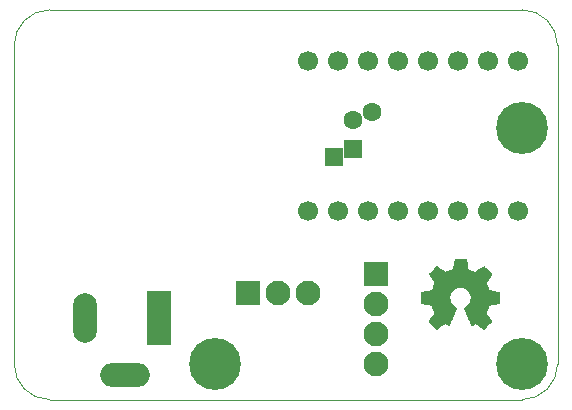
<source format=gbr>
%TF.GenerationSoftware,KiCad,Pcbnew,(6.0.9)*%
%TF.CreationDate,2023-09-21T20:23:23+02:00*%
%TF.ProjectId,EZFocus,455a466f-6375-4732-9e6b-696361645f70,rev?*%
%TF.SameCoordinates,Original*%
%TF.FileFunction,Soldermask,Bot*%
%TF.FilePolarity,Negative*%
%FSLAX46Y46*%
G04 Gerber Fmt 4.6, Leading zero omitted, Abs format (unit mm)*
G04 Created by KiCad (PCBNEW (6.0.9)) date 2023-09-21 20:23:23*
%MOMM*%
%LPD*%
G01*
G04 APERTURE LIST*
%TA.AperFunction,Profile*%
%ADD10C,0.100000*%
%TD*%
%ADD11C,0.010000*%
%ADD12R,2.100000X2.100000*%
%ADD13C,2.100000*%
%ADD14C,0.700000*%
%ADD15C,4.400000*%
%ADD16R,1.600000X1.600000*%
%ADD17C,1.600000*%
%ADD18C,1.700000*%
%ADD19R,2.000000X4.600000*%
%ADD20O,2.000000X4.200000*%
%ADD21O,4.200000X2.000000*%
G04 APERTURE END LIST*
D10*
X118000000Y-90000000D02*
X118000000Y-63000000D01*
X75000000Y-93000000D02*
X115000000Y-93000000D01*
X75000000Y-60000000D02*
G75*
G03*
X72000000Y-63000000I0J-3000000D01*
G01*
X118000000Y-63000000D02*
G75*
G03*
X115000000Y-60000000I-3000000J0D01*
G01*
X72000000Y-90000000D02*
G75*
G03*
X75000000Y-93000000I3000000J0D01*
G01*
X115000000Y-60000000D02*
X75000000Y-60000000D01*
X72000000Y-63000000D02*
X72000000Y-90000000D01*
X115000000Y-93000000D02*
G75*
G03*
X118000000Y-90000000I0J3000000D01*
G01*
%TO.C,REF\u002A\u002A*%
G36*
X110294429Y-81518059D02*
G01*
X110378250Y-81962683D01*
X110687535Y-82090181D01*
X110996821Y-82217679D01*
X111367861Y-81965374D01*
X111471772Y-81895124D01*
X111565702Y-81832400D01*
X111645267Y-81780066D01*
X111706085Y-81740985D01*
X111743772Y-81718021D01*
X111754036Y-81713070D01*
X111772525Y-81725804D01*
X111812035Y-81761010D01*
X111868137Y-81814190D01*
X111936402Y-81880846D01*
X112012401Y-81956482D01*
X112091707Y-82036600D01*
X112169890Y-82116702D01*
X112242522Y-82192292D01*
X112305174Y-82258873D01*
X112353418Y-82311946D01*
X112382825Y-82347015D01*
X112389856Y-82358751D01*
X112379738Y-82380388D01*
X112351374Y-82427790D01*
X112307744Y-82496321D01*
X112251833Y-82581343D01*
X112186621Y-82678221D01*
X112148834Y-82733478D01*
X112079958Y-82834376D01*
X112018755Y-82925427D01*
X111968193Y-83002098D01*
X111931243Y-83059856D01*
X111910873Y-83094171D01*
X111907812Y-83101382D01*
X111914751Y-83121876D01*
X111933666Y-83169641D01*
X111961702Y-83237960D01*
X111996006Y-83320117D01*
X112033724Y-83409398D01*
X112072002Y-83499086D01*
X112107985Y-83582466D01*
X112138821Y-83652822D01*
X112161654Y-83703438D01*
X112173632Y-83727599D01*
X112174339Y-83728550D01*
X112193146Y-83733164D01*
X112243233Y-83743456D01*
X112319408Y-83758415D01*
X112416480Y-83777029D01*
X112529258Y-83798287D01*
X112595057Y-83810546D01*
X112715565Y-83833490D01*
X112824412Y-83855323D01*
X112916091Y-83874850D01*
X112985096Y-83890876D01*
X113025919Y-83902207D01*
X113034126Y-83905802D01*
X113042163Y-83930134D01*
X113048648Y-83985087D01*
X113053585Y-84064236D01*
X113056979Y-84161154D01*
X113058833Y-84269415D01*
X113059153Y-84382593D01*
X113057942Y-84494263D01*
X113055205Y-84597996D01*
X113050946Y-84687369D01*
X113045170Y-84755954D01*
X113037882Y-84797325D01*
X113033510Y-84805938D01*
X113007379Y-84816261D01*
X112952008Y-84831020D01*
X112874722Y-84848480D01*
X112782845Y-84866908D01*
X112750773Y-84872869D01*
X112596139Y-84901194D01*
X112473990Y-84924004D01*
X112380288Y-84942208D01*
X112310999Y-84956711D01*
X112262086Y-84968420D01*
X112229512Y-84978243D01*
X112209243Y-84987084D01*
X112197241Y-84995852D01*
X112195562Y-84997585D01*
X112178799Y-85025499D01*
X112153229Y-85079823D01*
X112121403Y-85153905D01*
X112085875Y-85241093D01*
X112049198Y-85334736D01*
X112013926Y-85428180D01*
X111982611Y-85514775D01*
X111957808Y-85587868D01*
X111942069Y-85640806D01*
X111937947Y-85666939D01*
X111938291Y-85667854D01*
X111952256Y-85689214D01*
X111983937Y-85736212D01*
X112030006Y-85803955D01*
X112087133Y-85887551D01*
X112151988Y-85982110D01*
X112170458Y-86008982D01*
X112236314Y-86106403D01*
X112294265Y-86195291D01*
X112341153Y-86270540D01*
X112373822Y-86327048D01*
X112389115Y-86359709D01*
X112389856Y-86363721D01*
X112377007Y-86384812D01*
X112341503Y-86426592D01*
X112287908Y-86484573D01*
X112220786Y-86554263D01*
X112144702Y-86631173D01*
X112064219Y-86710811D01*
X111983902Y-86788689D01*
X111908314Y-86860314D01*
X111842020Y-86921198D01*
X111789584Y-86966849D01*
X111755570Y-86992778D01*
X111746160Y-86997011D01*
X111724258Y-86987040D01*
X111679415Y-86960148D01*
X111618936Y-86920864D01*
X111572404Y-86889245D01*
X111488090Y-86831226D01*
X111388241Y-86762912D01*
X111288088Y-86694707D01*
X111234242Y-86658203D01*
X111051986Y-86534928D01*
X110898996Y-86617648D01*
X110829297Y-86653887D01*
X110770029Y-86682054D01*
X110729926Y-86698119D01*
X110719718Y-86700354D01*
X110707444Y-86683850D01*
X110683228Y-86637210D01*
X110648878Y-86564737D01*
X110606203Y-86470734D01*
X110557009Y-86359502D01*
X110503105Y-86235343D01*
X110446299Y-86102560D01*
X110388397Y-85965455D01*
X110331208Y-85828330D01*
X110276539Y-85695486D01*
X110226199Y-85571226D01*
X110181995Y-85459853D01*
X110145734Y-85365667D01*
X110119224Y-85292972D01*
X110104273Y-85246069D01*
X110101869Y-85229961D01*
X110120926Y-85209414D01*
X110162651Y-85176061D01*
X110218321Y-85136830D01*
X110222993Y-85133727D01*
X110366879Y-85018551D01*
X110482898Y-84884181D01*
X110570045Y-84734912D01*
X110627314Y-84575041D01*
X110653701Y-84408865D01*
X110648200Y-84240680D01*
X110609805Y-84074783D01*
X110537510Y-83915470D01*
X110516241Y-83880615D01*
X110405611Y-83739865D01*
X110274917Y-83626842D01*
X110128679Y-83542131D01*
X109971423Y-83486322D01*
X109807672Y-83460002D01*
X109641948Y-83463758D01*
X109478777Y-83498178D01*
X109322680Y-83563851D01*
X109178182Y-83661363D01*
X109133484Y-83700941D01*
X109019727Y-83824831D01*
X108936833Y-83955252D01*
X108879971Y-84101443D01*
X108848302Y-84246216D01*
X108840484Y-84408988D01*
X108866553Y-84572568D01*
X108923860Y-84731426D01*
X109009759Y-84880034D01*
X109121601Y-85012863D01*
X109256738Y-85124384D01*
X109274498Y-85136139D01*
X109330765Y-85174636D01*
X109373538Y-85207991D01*
X109393987Y-85229288D01*
X109394284Y-85229961D01*
X109389894Y-85252999D01*
X109372491Y-85305285D01*
X109343883Y-85382518D01*
X109305880Y-85480396D01*
X109260289Y-85594619D01*
X109208918Y-85720886D01*
X109153577Y-85854895D01*
X109096073Y-85992346D01*
X109038216Y-86128936D01*
X108981813Y-86260365D01*
X108928673Y-86382333D01*
X108880605Y-86490537D01*
X108839416Y-86580677D01*
X108806916Y-86648451D01*
X108784912Y-86689558D01*
X108776051Y-86700354D01*
X108748975Y-86691947D01*
X108698312Y-86669400D01*
X108632798Y-86636741D01*
X108596774Y-86617648D01*
X108443783Y-86534928D01*
X108261527Y-86658203D01*
X108168490Y-86721356D01*
X108066630Y-86790855D01*
X107971177Y-86856293D01*
X107923365Y-86889245D01*
X107856120Y-86934401D01*
X107799179Y-86970185D01*
X107759969Y-86992066D01*
X107747234Y-86996691D01*
X107728698Y-86984213D01*
X107687674Y-86949380D01*
X107628140Y-86895806D01*
X107554073Y-86827111D01*
X107469450Y-86746909D01*
X107415930Y-86695414D01*
X107322296Y-86603414D01*
X107241374Y-86521127D01*
X107176438Y-86452073D01*
X107130757Y-86399772D01*
X107107604Y-86367744D01*
X107105383Y-86361244D01*
X107115691Y-86336522D01*
X107144176Y-86286533D01*
X107187678Y-86216340D01*
X107243038Y-86131003D01*
X107307095Y-86035584D01*
X107325312Y-86008982D01*
X107391688Y-85912295D01*
X107451237Y-85825245D01*
X107500631Y-85752723D01*
X107536540Y-85699621D01*
X107555634Y-85670831D01*
X107557479Y-85667854D01*
X107554720Y-85644910D01*
X107540077Y-85594464D01*
X107516102Y-85523169D01*
X107485349Y-85437675D01*
X107450371Y-85344635D01*
X107413722Y-85250702D01*
X107377954Y-85162527D01*
X107345621Y-85086762D01*
X107319277Y-85030059D01*
X107301473Y-84999071D01*
X107300208Y-84997585D01*
X107289321Y-84988729D01*
X107270933Y-84979971D01*
X107241009Y-84970405D01*
X107195512Y-84959124D01*
X107130406Y-84945221D01*
X107041654Y-84927791D01*
X106925222Y-84905926D01*
X106777073Y-84878719D01*
X106744997Y-84872869D01*
X106649929Y-84854502D01*
X106567050Y-84836533D01*
X106503685Y-84820697D01*
X106467157Y-84808728D01*
X106462259Y-84805938D01*
X106454188Y-84781200D01*
X106447628Y-84725918D01*
X106442582Y-84646517D01*
X106439056Y-84549424D01*
X106437054Y-84441066D01*
X106436579Y-84327868D01*
X106437638Y-84216256D01*
X106440233Y-84112657D01*
X106444369Y-84023496D01*
X106450052Y-83955200D01*
X106457284Y-83914194D01*
X106461644Y-83905802D01*
X106485917Y-83897336D01*
X106541189Y-83883563D01*
X106621953Y-83865678D01*
X106722703Y-83844876D01*
X106837932Y-83822351D01*
X106900713Y-83810546D01*
X107019828Y-83788279D01*
X107126050Y-83768107D01*
X107214188Y-83751043D01*
X107279049Y-83738097D01*
X107315441Y-83730283D01*
X107321431Y-83728550D01*
X107331554Y-83709018D01*
X107352953Y-83661971D01*
X107382776Y-83594131D01*
X107418170Y-83512219D01*
X107456283Y-83422956D01*
X107494262Y-83333063D01*
X107529255Y-83249263D01*
X107558409Y-83178275D01*
X107578872Y-83126822D01*
X107587792Y-83101625D01*
X107587958Y-83100524D01*
X107577846Y-83080647D01*
X107549498Y-83034905D01*
X107505892Y-82967845D01*
X107450009Y-82884012D01*
X107384828Y-82787954D01*
X107346936Y-82732778D01*
X107277890Y-82631609D01*
X107216565Y-82539758D01*
X107165952Y-82461872D01*
X107129044Y-82402597D01*
X107108833Y-82366579D01*
X107105914Y-82358505D01*
X107118462Y-82339712D01*
X107153152Y-82299585D01*
X107205552Y-82242621D01*
X107271231Y-82173313D01*
X107345759Y-82096159D01*
X107424702Y-82015653D01*
X107503632Y-81936291D01*
X107578115Y-81862568D01*
X107643721Y-81798980D01*
X107696019Y-81750022D01*
X107730576Y-81720189D01*
X107742137Y-81713070D01*
X107760961Y-81723081D01*
X107805984Y-81751206D01*
X107872828Y-81794582D01*
X107957116Y-81850346D01*
X108054471Y-81915634D01*
X108127908Y-81965374D01*
X108498948Y-82217679D01*
X109117520Y-81962683D01*
X109201340Y-81518059D01*
X109285161Y-81073435D01*
X110210609Y-81073435D01*
X110294429Y-81518059D01*
G37*
D11*
X110294429Y-81518059D02*
X110378250Y-81962683D01*
X110687535Y-82090181D01*
X110996821Y-82217679D01*
X111367861Y-81965374D01*
X111471772Y-81895124D01*
X111565702Y-81832400D01*
X111645267Y-81780066D01*
X111706085Y-81740985D01*
X111743772Y-81718021D01*
X111754036Y-81713070D01*
X111772525Y-81725804D01*
X111812035Y-81761010D01*
X111868137Y-81814190D01*
X111936402Y-81880846D01*
X112012401Y-81956482D01*
X112091707Y-82036600D01*
X112169890Y-82116702D01*
X112242522Y-82192292D01*
X112305174Y-82258873D01*
X112353418Y-82311946D01*
X112382825Y-82347015D01*
X112389856Y-82358751D01*
X112379738Y-82380388D01*
X112351374Y-82427790D01*
X112307744Y-82496321D01*
X112251833Y-82581343D01*
X112186621Y-82678221D01*
X112148834Y-82733478D01*
X112079958Y-82834376D01*
X112018755Y-82925427D01*
X111968193Y-83002098D01*
X111931243Y-83059856D01*
X111910873Y-83094171D01*
X111907812Y-83101382D01*
X111914751Y-83121876D01*
X111933666Y-83169641D01*
X111961702Y-83237960D01*
X111996006Y-83320117D01*
X112033724Y-83409398D01*
X112072002Y-83499086D01*
X112107985Y-83582466D01*
X112138821Y-83652822D01*
X112161654Y-83703438D01*
X112173632Y-83727599D01*
X112174339Y-83728550D01*
X112193146Y-83733164D01*
X112243233Y-83743456D01*
X112319408Y-83758415D01*
X112416480Y-83777029D01*
X112529258Y-83798287D01*
X112595057Y-83810546D01*
X112715565Y-83833490D01*
X112824412Y-83855323D01*
X112916091Y-83874850D01*
X112985096Y-83890876D01*
X113025919Y-83902207D01*
X113034126Y-83905802D01*
X113042163Y-83930134D01*
X113048648Y-83985087D01*
X113053585Y-84064236D01*
X113056979Y-84161154D01*
X113058833Y-84269415D01*
X113059153Y-84382593D01*
X113057942Y-84494263D01*
X113055205Y-84597996D01*
X113050946Y-84687369D01*
X113045170Y-84755954D01*
X113037882Y-84797325D01*
X113033510Y-84805938D01*
X113007379Y-84816261D01*
X112952008Y-84831020D01*
X112874722Y-84848480D01*
X112782845Y-84866908D01*
X112750773Y-84872869D01*
X112596139Y-84901194D01*
X112473990Y-84924004D01*
X112380288Y-84942208D01*
X112310999Y-84956711D01*
X112262086Y-84968420D01*
X112229512Y-84978243D01*
X112209243Y-84987084D01*
X112197241Y-84995852D01*
X112195562Y-84997585D01*
X112178799Y-85025499D01*
X112153229Y-85079823D01*
X112121403Y-85153905D01*
X112085875Y-85241093D01*
X112049198Y-85334736D01*
X112013926Y-85428180D01*
X111982611Y-85514775D01*
X111957808Y-85587868D01*
X111942069Y-85640806D01*
X111937947Y-85666939D01*
X111938291Y-85667854D01*
X111952256Y-85689214D01*
X111983937Y-85736212D01*
X112030006Y-85803955D01*
X112087133Y-85887551D01*
X112151988Y-85982110D01*
X112170458Y-86008982D01*
X112236314Y-86106403D01*
X112294265Y-86195291D01*
X112341153Y-86270540D01*
X112373822Y-86327048D01*
X112389115Y-86359709D01*
X112389856Y-86363721D01*
X112377007Y-86384812D01*
X112341503Y-86426592D01*
X112287908Y-86484573D01*
X112220786Y-86554263D01*
X112144702Y-86631173D01*
X112064219Y-86710811D01*
X111983902Y-86788689D01*
X111908314Y-86860314D01*
X111842020Y-86921198D01*
X111789584Y-86966849D01*
X111755570Y-86992778D01*
X111746160Y-86997011D01*
X111724258Y-86987040D01*
X111679415Y-86960148D01*
X111618936Y-86920864D01*
X111572404Y-86889245D01*
X111488090Y-86831226D01*
X111388241Y-86762912D01*
X111288088Y-86694707D01*
X111234242Y-86658203D01*
X111051986Y-86534928D01*
X110898996Y-86617648D01*
X110829297Y-86653887D01*
X110770029Y-86682054D01*
X110729926Y-86698119D01*
X110719718Y-86700354D01*
X110707444Y-86683850D01*
X110683228Y-86637210D01*
X110648878Y-86564737D01*
X110606203Y-86470734D01*
X110557009Y-86359502D01*
X110503105Y-86235343D01*
X110446299Y-86102560D01*
X110388397Y-85965455D01*
X110331208Y-85828330D01*
X110276539Y-85695486D01*
X110226199Y-85571226D01*
X110181995Y-85459853D01*
X110145734Y-85365667D01*
X110119224Y-85292972D01*
X110104273Y-85246069D01*
X110101869Y-85229961D01*
X110120926Y-85209414D01*
X110162651Y-85176061D01*
X110218321Y-85136830D01*
X110222993Y-85133727D01*
X110366879Y-85018551D01*
X110482898Y-84884181D01*
X110570045Y-84734912D01*
X110627314Y-84575041D01*
X110653701Y-84408865D01*
X110648200Y-84240680D01*
X110609805Y-84074783D01*
X110537510Y-83915470D01*
X110516241Y-83880615D01*
X110405611Y-83739865D01*
X110274917Y-83626842D01*
X110128679Y-83542131D01*
X109971423Y-83486322D01*
X109807672Y-83460002D01*
X109641948Y-83463758D01*
X109478777Y-83498178D01*
X109322680Y-83563851D01*
X109178182Y-83661363D01*
X109133484Y-83700941D01*
X109019727Y-83824831D01*
X108936833Y-83955252D01*
X108879971Y-84101443D01*
X108848302Y-84246216D01*
X108840484Y-84408988D01*
X108866553Y-84572568D01*
X108923860Y-84731426D01*
X109009759Y-84880034D01*
X109121601Y-85012863D01*
X109256738Y-85124384D01*
X109274498Y-85136139D01*
X109330765Y-85174636D01*
X109373538Y-85207991D01*
X109393987Y-85229288D01*
X109394284Y-85229961D01*
X109389894Y-85252999D01*
X109372491Y-85305285D01*
X109343883Y-85382518D01*
X109305880Y-85480396D01*
X109260289Y-85594619D01*
X109208918Y-85720886D01*
X109153577Y-85854895D01*
X109096073Y-85992346D01*
X109038216Y-86128936D01*
X108981813Y-86260365D01*
X108928673Y-86382333D01*
X108880605Y-86490537D01*
X108839416Y-86580677D01*
X108806916Y-86648451D01*
X108784912Y-86689558D01*
X108776051Y-86700354D01*
X108748975Y-86691947D01*
X108698312Y-86669400D01*
X108632798Y-86636741D01*
X108596774Y-86617648D01*
X108443783Y-86534928D01*
X108261527Y-86658203D01*
X108168490Y-86721356D01*
X108066630Y-86790855D01*
X107971177Y-86856293D01*
X107923365Y-86889245D01*
X107856120Y-86934401D01*
X107799179Y-86970185D01*
X107759969Y-86992066D01*
X107747234Y-86996691D01*
X107728698Y-86984213D01*
X107687674Y-86949380D01*
X107628140Y-86895806D01*
X107554073Y-86827111D01*
X107469450Y-86746909D01*
X107415930Y-86695414D01*
X107322296Y-86603414D01*
X107241374Y-86521127D01*
X107176438Y-86452073D01*
X107130757Y-86399772D01*
X107107604Y-86367744D01*
X107105383Y-86361244D01*
X107115691Y-86336522D01*
X107144176Y-86286533D01*
X107187678Y-86216340D01*
X107243038Y-86131003D01*
X107307095Y-86035584D01*
X107325312Y-86008982D01*
X107391688Y-85912295D01*
X107451237Y-85825245D01*
X107500631Y-85752723D01*
X107536540Y-85699621D01*
X107555634Y-85670831D01*
X107557479Y-85667854D01*
X107554720Y-85644910D01*
X107540077Y-85594464D01*
X107516102Y-85523169D01*
X107485349Y-85437675D01*
X107450371Y-85344635D01*
X107413722Y-85250702D01*
X107377954Y-85162527D01*
X107345621Y-85086762D01*
X107319277Y-85030059D01*
X107301473Y-84999071D01*
X107300208Y-84997585D01*
X107289321Y-84988729D01*
X107270933Y-84979971D01*
X107241009Y-84970405D01*
X107195512Y-84959124D01*
X107130406Y-84945221D01*
X107041654Y-84927791D01*
X106925222Y-84905926D01*
X106777073Y-84878719D01*
X106744997Y-84872869D01*
X106649929Y-84854502D01*
X106567050Y-84836533D01*
X106503685Y-84820697D01*
X106467157Y-84808728D01*
X106462259Y-84805938D01*
X106454188Y-84781200D01*
X106447628Y-84725918D01*
X106442582Y-84646517D01*
X106439056Y-84549424D01*
X106437054Y-84441066D01*
X106436579Y-84327868D01*
X106437638Y-84216256D01*
X106440233Y-84112657D01*
X106444369Y-84023496D01*
X106450052Y-83955200D01*
X106457284Y-83914194D01*
X106461644Y-83905802D01*
X106485917Y-83897336D01*
X106541189Y-83883563D01*
X106621953Y-83865678D01*
X106722703Y-83844876D01*
X106837932Y-83822351D01*
X106900713Y-83810546D01*
X107019828Y-83788279D01*
X107126050Y-83768107D01*
X107214188Y-83751043D01*
X107279049Y-83738097D01*
X107315441Y-83730283D01*
X107321431Y-83728550D01*
X107331554Y-83709018D01*
X107352953Y-83661971D01*
X107382776Y-83594131D01*
X107418170Y-83512219D01*
X107456283Y-83422956D01*
X107494262Y-83333063D01*
X107529255Y-83249263D01*
X107558409Y-83178275D01*
X107578872Y-83126822D01*
X107587792Y-83101625D01*
X107587958Y-83100524D01*
X107577846Y-83080647D01*
X107549498Y-83034905D01*
X107505892Y-82967845D01*
X107450009Y-82884012D01*
X107384828Y-82787954D01*
X107346936Y-82732778D01*
X107277890Y-82631609D01*
X107216565Y-82539758D01*
X107165952Y-82461872D01*
X107129044Y-82402597D01*
X107108833Y-82366579D01*
X107105914Y-82358505D01*
X107118462Y-82339712D01*
X107153152Y-82299585D01*
X107205552Y-82242621D01*
X107271231Y-82173313D01*
X107345759Y-82096159D01*
X107424702Y-82015653D01*
X107503632Y-81936291D01*
X107578115Y-81862568D01*
X107643721Y-81798980D01*
X107696019Y-81750022D01*
X107730576Y-81720189D01*
X107742137Y-81713070D01*
X107760961Y-81723081D01*
X107805984Y-81751206D01*
X107872828Y-81794582D01*
X107957116Y-81850346D01*
X108054471Y-81915634D01*
X108127908Y-81965374D01*
X108498948Y-82217679D01*
X109117520Y-81962683D01*
X109201340Y-81518059D01*
X109285161Y-81073435D01*
X110210609Y-81073435D01*
X110294429Y-81518059D01*
%TD*%
D12*
%TO.C,J2*%
X102600000Y-82385000D03*
D13*
X102600000Y-84925000D03*
X102600000Y-87465000D03*
X102600000Y-90005000D03*
%TD*%
D12*
%TO.C,J3*%
X91760000Y-84000000D03*
D13*
X94300000Y-84000000D03*
X96840000Y-84000000D03*
%TD*%
D14*
%TO.C,REF\u002A\u002A*%
X90650000Y-90000000D03*
X87833274Y-88833274D03*
X90166726Y-91166726D03*
X87350000Y-90000000D03*
D15*
X89000000Y-90000000D03*
D14*
X89000000Y-88350000D03*
X87833274Y-91166726D03*
X89000000Y-91650000D03*
X90166726Y-88833274D03*
%TD*%
D16*
%TO.C,C1*%
X99100000Y-72470937D03*
X100700000Y-71800000D03*
D17*
X102300000Y-68629063D03*
X100700000Y-69300000D03*
%TD*%
D14*
%TO.C,REF\u002A\u002A*%
X113350000Y-70000000D03*
X116166726Y-68833274D03*
X115000000Y-71650000D03*
X115000000Y-68350000D03*
X113833274Y-71166726D03*
D15*
X115000000Y-70000000D03*
D14*
X113833274Y-68833274D03*
X116650000Y-70000000D03*
X116166726Y-71166726D03*
%TD*%
D18*
%TO.C,U2*%
X114690000Y-77000000D03*
X112150000Y-77000000D03*
X109610000Y-77000000D03*
X107070000Y-77000000D03*
X104530000Y-77000000D03*
X101990000Y-77000000D03*
X99450000Y-77000000D03*
X96910000Y-77000000D03*
X114690000Y-64300000D03*
X112150000Y-64300000D03*
X109610000Y-64300000D03*
X107070000Y-64300000D03*
X104530000Y-64300000D03*
X101990000Y-64300000D03*
X99450000Y-64300000D03*
X96910000Y-64300000D03*
%TD*%
D14*
%TO.C,REF\u002A\u002A*%
X116166726Y-88833274D03*
D15*
X115000000Y-90000000D03*
D14*
X116166726Y-91166726D03*
X113833274Y-91166726D03*
X116650000Y-90000000D03*
X113833274Y-88833274D03*
X113350000Y-90000000D03*
X115000000Y-91650000D03*
X115000000Y-88350000D03*
%TD*%
D19*
%TO.C,J1*%
X84300000Y-86100000D03*
D20*
X78000000Y-86100000D03*
D21*
X81400000Y-90900000D03*
%TD*%
M02*

</source>
